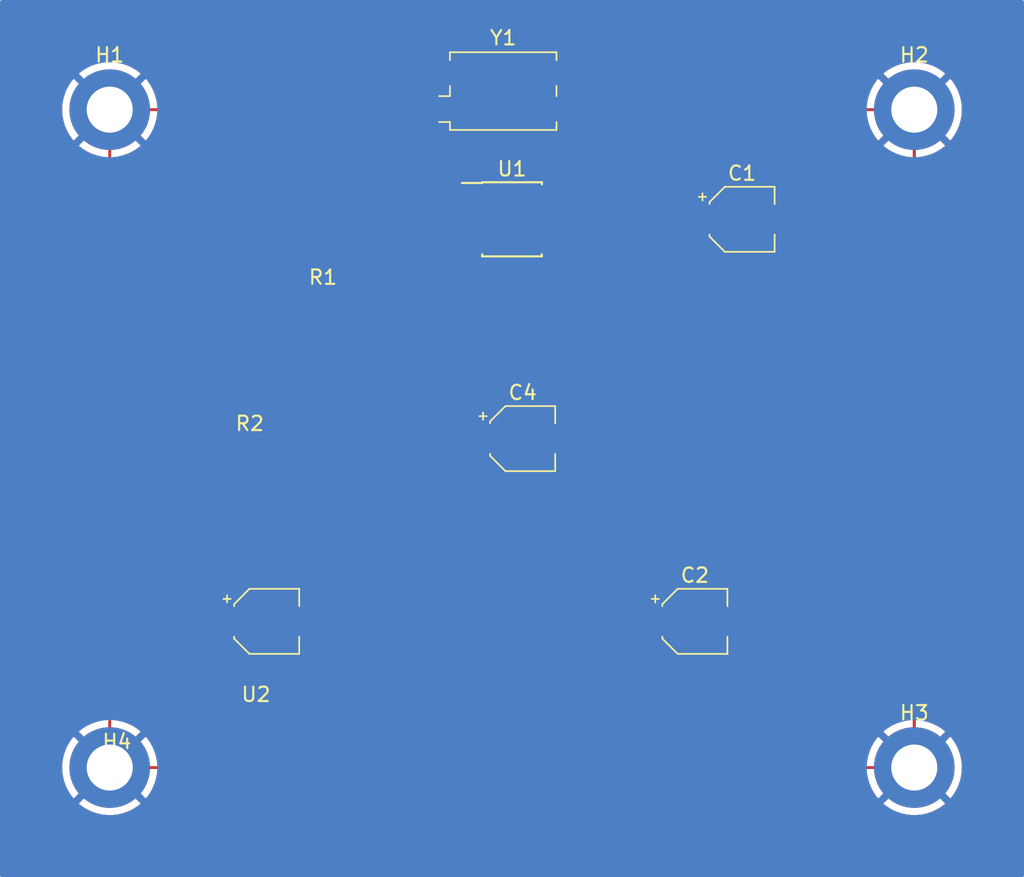
<source format=kicad_pcb>
(kicad_pcb (version 20221018) (generator pcbnew)
  (layers (0 "F.Cu" signal) (31 "B.Cu" signal) (34 "B.Paste" user) (35 "F.Paste" user) (36 "B.SilkS" user "B.Silkscreen") (37 "F.SilkS" user "F.Silkscreen") (38 "B.Mask" user) (39 "F.Mask" user) (44 "Edge.Cuts" user))
  (net 0 "")
  (net 1 "Q_IN")
  (net 2 "GND")
  (net 3 "Net-(U2-VS)")
  (net 4 "Net-(C4-Pad1)")
  (net 5 "Q_OUT")
  (net 6 "+3.3V")
  (net 8 "RXIR")
  (footprint "Crystal:Crystal_SMD_EuroQuartz_MQ-4Pin_7.0x5.0mm" (layer "F.Cu") (at 113.69 34.27)
    (fp_text reference "Y1" (at 0 -3.7) (layer "F.SilkS"))
    (fp_text value "ABLS-7.3728MHz-20-B-3-H-T")
    (fp_line (start -4.45 0.35) (end -3.7 0.35) (stroke (width 0.12)) (layer "F.SilkS"))
    (fp_line (start -4.45 2.15) (end -3.7 2.15) (stroke (width 0.12)) (layer "F.SilkS"))
    (fp_line (start -3.7 -2.7) (end 3.7 -2.7) (stroke (width 0.12)) (layer "F.SilkS"))
    (fp_line (start -3.7 -2.15) (end -3.7 -2.7) (stroke (width 0.12)) (layer "F.SilkS"))
    (fp_line (start -3.7 0.35) (end -3.7 -0.35) (stroke (width 0.12)) (layer "F.SilkS"))
    (fp_line (start -3.7 2.15) (end -3.7 2.7) (stroke (width 0.12)) (layer "F.SilkS"))
    (fp_line (start -3.7 2.7) (end 3.7 2.7) (stroke (width 0.12)) (layer "F.SilkS"))
    (fp_line (start 3.7 -2.7) (end 3.7 -2.15) (stroke (width 0.12)) (layer "F.SilkS"))
    (fp_line (start 3.7 -0.35) (end 3.7 0.35) (stroke (width 0.12)) (layer "F.SilkS"))
    (fp_line (start 3.7 2.7) (end 3.7 2.15) (stroke (width 0.12)) (layer "F.SilkS"))
    (pad "1" smd rect (at -3.15 1.25) (size 2.2 1.4) (layers "F.Cu" "F.Paste" "F.Mask") (net 1 "Q_IN"))
    (pad "2" smd rect (at 3.15 1.25) (size 2.2 1.4) (layers "F.Cu" "F.Paste" "F.Mask") (net 4 "Net-(C4-Pad1)"))
    (pad "3" smd rect (at 3.15 -1.25) (size 2.2 1.4) (layers "F.Cu" "F.Paste" "F.Mask"))
    (pad "4" smd rect (at -3.15 -1.25) (size 2.2 1.4) (layers "F.Cu" "F.Paste" "F.Mask"))
  )
  (footprint "Capacitor_SMD:CP_Elec_4x5.7" (layer "F.Cu") (at 115.04 58.42)
    (fp_text reference "C4" (at 0 -3.2) (layer "F.SilkS"))
    (fp_text value "15 pF")
    (fp_line (start -3 -1.56) (end -2.5 -1.56) (stroke (width 0.12)) (layer "F.SilkS"))
    (fp_line (start -2.75 -1.81) (end -2.75 -1.31) (stroke (width 0.12)) (layer "F.SilkS"))
    (fp_line (start -2.26 -1.195563) (end -2.26 -1.06) (stroke (width 0.12)) (layer "F.SilkS"))
    (fp_line (start -2.26 -1.195563) (end -1.195563 -2.26) (stroke (width 0.12)) (layer "F.SilkS"))
    (fp_line (start -2.26 1.195563) (end -2.26 1.06) (stroke (width 0.12)) (layer "F.SilkS"))
    (fp_line (start -2.26 1.195563) (end -1.195563 2.26) (stroke (width 0.12)) (layer "F.SilkS"))
    (fp_line (start -1.195563 -2.26) (end 2.26 -2.26) (stroke (width 0.12)) (layer "F.SilkS"))
    (fp_line (start -1.195563 2.26) (end 2.26 2.26) (stroke (width 0.12)) (layer "F.SilkS"))
    (fp_line (start 2.26 -2.26) (end 2.26 -1.06) (stroke (width 0.12)) (layer "F.SilkS"))
    (fp_line (start 2.26 2.26) (end 2.26 1.06) (stroke (width 0.12)) (layer "F.SilkS"))
    (pad "1" smd roundrect (at -1.8 0) (size 2.6 1.6) (layers "F.Cu" "F.Paste" "F.Mask") (roundrect_rratio 0.15625) (net 4 "Net-(C4-Pad1)"))
    (pad "2" smd roundrect (at 1.8 0) (size 2.6 1.6) (layers "F.Cu" "F.Paste" "F.Mask") (roundrect_rratio 0.15625) (net 2 "GND"))
  )
  (footprint "Resistor_SMD:R_0201_0603Metric_Pad0.64x0.40mm_HandSolder" (layer "F.Cu") (at 96.0875 58.42)
    (fp_text reference "R2" (at 0 -1.05) (layer "F.SilkS"))
    (fp_text value "30k")
    (pad "1" smd roundrect (at -0.4075 0) (size 0.635 0.4) (layers "F.Cu" "F.Mask") (net 3 "Net-(U2-VS)"))
    (pad "2" smd roundrect (at 0.4075 0) (size 0.635 0.4) (layers "F.Cu" "F.Mask") (net 6 "+3.3V"))
  )
  (footprint "MountingHole:MountingHole_3.2mm_M3_DIN965_Pad" (layer "F.Cu") (at 86.36 81.28)
    (fp_text reference "H4" (at 0.5 -1.805) (layer "F.SilkS"))
    (fp_text value "Mounting Hole 4")
    (pad "1" thru_hole circle (at 0 0) (size 5.6 5.6) (drill 3.2) (layers "*.Cu" "*.Mask") (net 2 "GND"))
  )
  (footprint "MountingHole:MountingHole_3.2mm_M3_DIN965_Pad" (layer "F.Cu") (at 142.24 35.56)
    (fp_text reference "H2" (at 0 -3.8) (layer "F.SilkS"))
    (fp_text value "Mounting Hole 2")
    (pad "1" thru_hole circle (at 0 0) (size 5.6 5.6) (drill 3.2) (layers "*.Cu" "*.Mask") (net 2 "GND"))
  )
  (footprint "Package_SO:SOIC-8-N7_3.9x4.9mm_P1.27mm" (layer "F.Cu") (at 114.3 43.18)
    (fp_text reference "U1" (at 0 -3.5) (layer "F.SilkS"))
    (fp_text value "MCP2120-I/P")
    (fp_line (start -2.075 -2.575) (end -2.075 -2.525) (stroke (width 0.15)) (layer "F.SilkS"))
    (fp_line (start -2.075 -2.575) (end 2.075 -2.575) (stroke (width 0.15)) (layer "F.SilkS"))
    (fp_line (start -2.075 -2.525) (end -3.475 -2.525) (stroke (width 0.15)) (layer "F.SilkS"))
    (fp_line (start -2.075 2.575) (end -2.075 2.43) (stroke (width 0.15)) (layer "F.SilkS"))
    (fp_line (start -2.075 2.575) (end 2.075 2.575) (stroke (width 0.15)) (layer "F.SilkS"))
    (fp_line (start 2.075 -2.575) (end 2.075 -2.43) (stroke (width 0.15)) (layer "F.SilkS"))
    (fp_line (start 2.075 2.575) (end 2.075 2.43) (stroke (width 0.15)) (layer "F.SilkS"))
    (pad "1" smd rect (at -2.7 -1.905) (size 1.55 0.6) (layers "F.Cu" "F.Paste" "F.Mask") (net 6 "+3.3V"))
    (pad "2" smd rect (at -2.7 -0.635) (size 1.55 0.6) (layers "F.Cu" "F.Paste" "F.Mask") (net 1 "Q_IN"))
    (pad "3" smd rect (at -2.7 0.635) (size 1.55 0.6) (layers "F.Cu" "F.Paste" "F.Mask") (net 5 "Q_OUT"))
    (pad "4" smd rect (at -2.7 1.905) (size 1.55 0.6) (layers "F.Cu" "F.Paste" "F.Mask"))
    (pad "5" smd rect (at 2.7 1.905) (size 1.55 0.6) (layers "F.Cu" "F.Paste" "F.Mask") (net 8 "RXIR"))
    (pad "6" smd rect (at 2.7 0.635) (size 1.55 0.6) (layers "F.Cu" "F.Paste" "F.Mask"))
    (pad "8" smd rect (at 2.7 -1.905) (size 1.55 0.6) (layers "F.Cu" "F.Paste" "F.Mask"))
  )
  (footprint "Capacitor_SMD:CP_Elec_4x5.4" (layer "F.Cu") (at 130.28 43.18)
    (fp_text reference "C1" (at 0 -3.2) (layer "F.SilkS"))
    (fp_text value "4.7 pF")
    (fp_line (start -3 -1.56) (end -2.5 -1.56) (stroke (width 0.12)) (layer "F.SilkS"))
    (fp_line (start -2.75 -1.81) (end -2.75 -1.31) (stroke (width 0.12)) (layer "F.SilkS"))
    (fp_line (start -2.26 -1.195563) (end -2.26 -1.06) (stroke (width 0.12)) (layer "F.SilkS"))
    (fp_line (start -2.26 -1.195563) (end -1.195563 -2.26) (stroke (width 0.12)) (layer "F.SilkS"))
    (fp_line (start -2.26 1.195563) (end -2.26 1.06) (stroke (width 0.12)) (layer "F.SilkS"))
    (fp_line (start -2.26 1.195563) (end -1.195563 2.26) (stroke (width 0.12)) (layer "F.SilkS"))
    (fp_line (start -1.195563 -2.26) (end 2.26 -2.26) (stroke (width 0.12)) (layer "F.SilkS"))
    (fp_line (start -1.195563 2.26) (end 2.26 2.26) (stroke (width 0.12)) (layer "F.SilkS"))
    (fp_line (start 2.26 -2.26) (end 2.26 -1.06) (stroke (width 0.12)) (layer "F.SilkS"))
    (fp_line (start 2.26 2.26) (end 2.26 1.06) (stroke (width 0.12)) (layer "F.SilkS"))
    (pad "1" smd roundrect (at -1.8 0) (size 2.6 1.6) (layers "F.Cu" "F.Paste" "F.Mask") (roundrect_rratio 0.15625) (net 1 "Q_IN"))
    (pad "2" smd roundrect (at 1.8 0) (size 2.6 1.6) (layers "F.Cu" "F.Paste" "F.Mask") (roundrect_rratio 0.15625) (net 2 "GND"))
  )
  (footprint "MountingHole:MountingHole_3.2mm_M3_DIN965_Pad" (layer "F.Cu") (at 86.36 35.56)
    (fp_text reference "H1" (at 0 -3.8) (layer "F.SilkS"))
    (fp_text value "Mounting Hole 1")
    (pad "1" thru_hole circle (at 0 0) (size 5.6 5.6) (drill 3.2) (layers "*.Cu" "*.Mask") (net 2 "GND"))
  )
  (footprint "Capacitor_SMD:CP_Elec_4x5.4" (layer "F.Cu") (at 97.26 71.12)
    (fp_text reference "U2" (at -0.74 5.08) (layer "F.SilkS"))
    (fp_text value "TSOP75338WTT")
    (fp_line (start -3 -1.56) (end -2.5 -1.56) (stroke (width 0.12)) (layer "F.SilkS"))
    (fp_line (start -2.75 -1.81) (end -2.75 -1.31) (stroke (width 0.12)) (layer "F.SilkS"))
    (fp_line (start -2.26 -1.195563) (end -2.26 -1.06) (stroke (width 0.12)) (layer "F.SilkS"))
    (fp_line (start -2.26 -1.195563) (end -1.195563 -2.26) (stroke (width 0.12)) (layer "F.SilkS"))
    (fp_line (start -2.26 1.195563) (end -2.26 1.06) (stroke (width 0.12)) (layer "F.SilkS"))
    (fp_line (start -2.26 1.195563) (end -1.195563 2.26) (stroke (width 0.12)) (layer "F.SilkS"))
    (fp_line (start -1.195563 -2.26) (end 2.26 -2.26) (stroke (width 0.12)) (layer "F.SilkS"))
    (fp_line (start -1.195563 2.26) (end 2.26 2.26) (stroke (width 0.12)) (layer "F.SilkS"))
    (fp_line (start 2.26 -2.26) (end 2.26 -1.06) (stroke (width 0.12)) (layer "F.SilkS"))
    (fp_line (start 2.26 2.26) (end 2.26 1.06) (stroke (width 0.12)) (layer "F.SilkS"))
    (pad "1" smd roundrect (at -1.8 0) (size 2.6 1.6) (layers "F.Cu" "F.Paste" "F.Mask") (roundrect_rratio 0.15625) (net 2 "GND"))
    (pad "2" smd roundrect (at 1.8 0) (size 2.6 1.6) (layers "F.Cu" "F.Paste" "F.Mask") (roundrect_rratio 0.15625) (net 3 "Net-(U2-VS)"))
  )
  (footprint "MountingHole:MountingHole_3.2mm_M3_DIN965_Pad" (layer "F.Cu") (at 142.24 81.28)
    (fp_text reference "H3" (at 0 -3.8) (layer "F.SilkS"))
    (fp_text value "Mounting Hole 3")
    (pad "1" thru_hole circle (at 0 0) (size 5.6 5.6) (drill 3.2) (layers "*.Cu" "*.Mask") (net 2 "GND"))
  )
  (footprint "Capacitor_SMD:CP_Elec_4x5.7" (layer "F.Cu") (at 127 71.12)
    (fp_text reference "C2" (at 0 -3.2) (layer "F.SilkS"))
    (fp_text value "15 pF")
    (fp_line (start -3 -1.56) (end -2.5 -1.56) (stroke (width 0.12)) (layer "F.SilkS"))
    (fp_line (start -2.75 -1.81) (end -2.75 -1.31) (stroke (width 0.12)) (layer "F.SilkS"))
    (fp_line (start -2.26 -1.195563) (end -2.26 -1.06) (stroke (width 0.12)) (layer "F.SilkS"))
    (fp_line (start -2.26 -1.195563) (end -1.195563 -2.26) (stroke (width 0.12)) (layer "F.SilkS"))
    (fp_line (start -2.26 1.195563) (end -2.26 1.06) (stroke (width 0.12)) (layer "F.SilkS"))
    (fp_line (start -2.26 1.195563) (end -1.195563 2.26) (stroke (width 0.12)) (layer "F.SilkS"))
    (fp_line (start -1.195563 -2.26) (end 2.26 -2.26) (stroke (width 0.12)) (layer "F.SilkS"))
    (fp_line (start -1.195563 2.26) (end 2.26 2.26) (stroke (width 0.12)) (layer "F.SilkS"))
    (fp_line (start 2.26 -2.26) (end 2.26 -1.06) (stroke (width 0.12)) (layer "F.SilkS"))
    (fp_line (start 2.26 2.26) (end 2.26 1.06) (stroke (width 0.12)) (layer "F.SilkS"))
    (pad "1" smd roundrect (at -1.8 0) (size 2.6 1.6) (layers "F.Cu" "F.Paste" "F.Mask") (roundrect_rratio 0.15625) (net 3 "Net-(U2-VS)"))
    (pad "2" smd roundrect (at 1.8 0) (size 2.6 1.6) (layers "F.Cu" "F.Paste" "F.Mask") (roundrect_rratio 0.15625) (net 2 "GND"))
  )
  (footprint "Resistor_SMD:R_0201_0603Metric_Pad0.64x0.40mm_HandSolder" (layer "F.Cu") (at 101.1675 48.26)
    (fp_text reference "R1" (at 0 -1.05) (layer "F.SilkS"))
    (fp_text value "500 M")
    (pad "1" smd roundrect (at -0.4075 0) (size 0.635 0.4) (layers "F.Cu" "F.Mask") (net 4 "Net-(C4-Pad1)"))
    (pad "2" smd roundrect (at 0.4075 0) (size 0.635 0.4) (layers "F.Cu" "F.Mask") (net 5 "Q_OUT"))
  )
  (gr_line (start 86.36 30.48) (end 142.24 30.48) (stroke (width 0.2)) (layer "F.Cu"))
  (gr_line (start 86.36 35.56) (end 86.36 81.28) (stroke (width 0.2)) (layer "F.Cu"))
  (gr_line (start 86.36 86.36) (end 142.24 86.36) (stroke (width 0.2)) (layer "F.Cu"))
  (gr_line (start 86.36 81.28) (end 142.24 81.28) (stroke (width 0.2)) (layer "F.Cu"))
  (gr_line (start 81.28 35.56) (end 81.28 81.28) (stroke (width 0.2)) (layer "F.Cu"))
  (gr_arc (start 86.36 86.36) (mid 82.767898 84.872102) (end 81.28 81.28) (stroke (width 0.2)) (layer "F.Cu"))
  (gr_arc (start 142.24 30.48) (mid 145.832102 31.967898) (end 147.32 35.56) (stroke (width 0.2)) (layer "F.Cu"))
  (gr_line (start 142.24 35.56) (end 142.24 81.28) (stroke (width 0.2)) (layer "F.Cu"))
  (gr_line (start 86.36 35.56) (end 142.24 35.56) (stroke (width 0.2)) (layer "F.Cu"))
  (gr_line (start 147.32 81.28) (end 147.32 35.56) (stroke (width 0.2)) (layer "F.Cu"))
  (gr_arc (start 81.28 35.56) (mid 82.767898 31.967898) (end 86.36 30.48) (stroke (width 0.2)) (layer "F.Cu"))
  (gr_arc (start 147.32 81.28) (mid 145.832102 84.872102) (end 142.24 86.36) (stroke (width 0.2)) (layer "F.Cu"))
  (gr_line (start 142.24 81.28) (end 142.24 35.56) (stroke (width 0.2)) (layer "F.Cu"))
  (zone (net 2) (net_name "GND") (layer "F.Cu") (connect_pads (clearance 0.5)) (min_thickness 0.25) (fill yes (thermal_gap 0.5) (thermal_bridge_width 0.5))
    (polygon (pts (xy 78.74 27.94) (xy 149.86 27.94) (xy 149.86 88.9) (xy 78.74 88.9)))
  )
  (zone (net 2) (net_name "GND") (layer "B.Cu") (priority 1) (connect_pads (clearance 0.5)) (min_thickness 0.25) (fill yes (thermal_gap 0.5) (thermal_bridge_width 0.5))
    (polygon (pts (xy 78.74 27.94) (xy 149.86 27.94) (xy 149.86 88.9) (xy 78.74 88.9)))
  )
)
</source>
